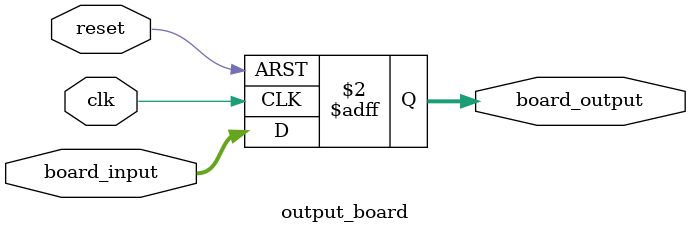
<source format=v>
module output_board     
    (
        input clk,
        input reset,
        input wire[255:0] board_input,
        output reg[255:0] board_output
    ); 

    always @(posedge clk, posedge reset) begin
        if(reset)
            board_output <= 0;
        else
            board_output <= board_input;
    end
endmodule
</source>
